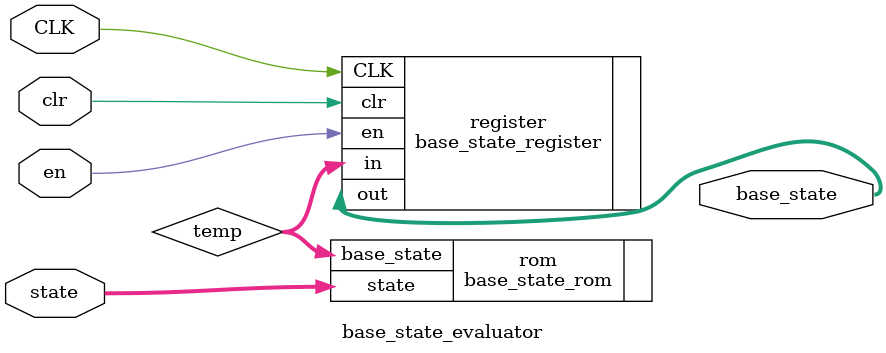
<source format=v>
`timescale 1ns / 1ps


module base_state_evaluator(
    input CLK,
    input clr,
    input en,
    input [R-1:0] state,
    output [7:0] base_state
    );
    
    parameter R = 4;
    
    wire [7:0] temp;
    
    base_state_rom rom(
        .state(state),
        .base_state(temp)
    );
    
    //clr sets the value for the first state
    base_state_register #(.B(4)) register(
        .CLK(CLK),
        .clr(clr),
        .en(en),
        .in(temp),
        .out(base_state)
    );
    
endmodule

</source>
